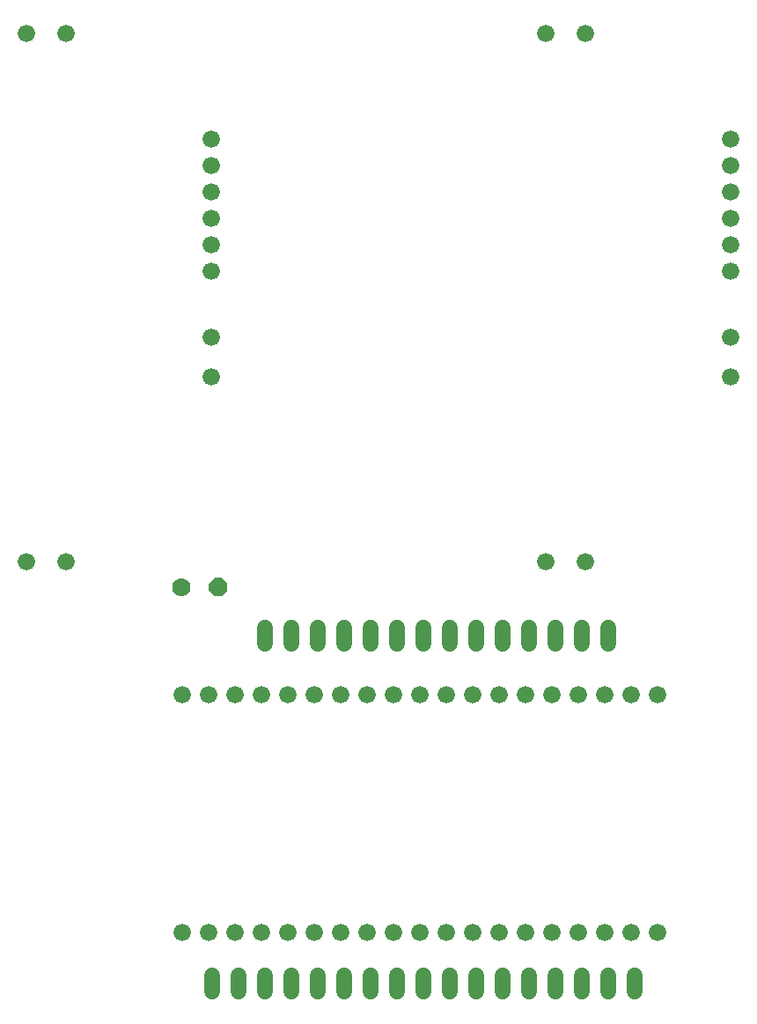
<source format=gbr>
G04 EAGLE Gerber RS-274X export*
G75*
%MOMM*%
%FSLAX34Y34*%
%LPD*%
%INTop Copper*%
%IPPOS*%
%AMOC8*
5,1,8,0,0,1.08239X$1,22.5*%
G01*
%ADD10C,1.676400*%
%ADD11P,1.924489X8X22.500000*%
%ADD12C,1.778000*%
%ADD13C,1.524000*%


D10*
X445000Y109000D03*
X470400Y109000D03*
X495800Y109000D03*
X521200Y109000D03*
X546600Y109000D03*
X572000Y109000D03*
X597400Y109000D03*
X622800Y109000D03*
X648200Y109000D03*
X673600Y109000D03*
X699000Y109000D03*
X724400Y109000D03*
X749800Y109000D03*
X775200Y109000D03*
X800600Y109000D03*
X826000Y109000D03*
X851400Y109000D03*
X876800Y109000D03*
X902200Y109000D03*
X902200Y337600D03*
X876800Y337600D03*
X851400Y337600D03*
X826000Y337600D03*
X800600Y337600D03*
X775200Y337600D03*
X749800Y337600D03*
X724400Y337600D03*
X699000Y337600D03*
X673600Y337600D03*
X648200Y337600D03*
X622800Y337600D03*
X597400Y337600D03*
X572000Y337600D03*
X546600Y337600D03*
X521200Y337600D03*
X495800Y337600D03*
X470400Y337600D03*
X445000Y337600D03*
D11*
X479780Y441000D03*
D12*
X444220Y441000D03*
D10*
X295500Y466000D03*
X333600Y466000D03*
X473300Y643800D03*
X473300Y681900D03*
X295500Y974000D03*
X333600Y974000D03*
X473300Y770800D03*
X473300Y796200D03*
X473300Y821600D03*
X473300Y847000D03*
X473300Y745400D03*
X473300Y872400D03*
X794500Y466000D03*
X832600Y466000D03*
X972300Y643800D03*
X972300Y681900D03*
X794500Y974000D03*
X832600Y974000D03*
X972300Y770800D03*
X972300Y796200D03*
X972300Y821600D03*
X972300Y847000D03*
X972300Y745400D03*
X972300Y872400D03*
D13*
X524900Y402620D02*
X524900Y387380D01*
X550300Y387380D02*
X550300Y402620D01*
X575700Y402620D02*
X575700Y387380D01*
X601100Y387380D02*
X601100Y402620D01*
X626500Y402620D02*
X626500Y387380D01*
X651900Y387380D02*
X651900Y402620D01*
X677300Y402620D02*
X677300Y387380D01*
X702700Y387380D02*
X702700Y402620D01*
X728100Y402620D02*
X728100Y387380D01*
X753500Y387380D02*
X753500Y402620D01*
X778900Y402620D02*
X778900Y387380D01*
X804300Y387380D02*
X804300Y402620D01*
X829700Y402620D02*
X829700Y387380D01*
X855100Y387380D02*
X855100Y402620D01*
X880200Y67620D02*
X880200Y52380D01*
X854800Y52380D02*
X854800Y67620D01*
X829400Y67620D02*
X829400Y52380D01*
X804000Y52380D02*
X804000Y67620D01*
X778600Y67620D02*
X778600Y52380D01*
X753200Y52380D02*
X753200Y67620D01*
X727800Y67620D02*
X727800Y52380D01*
X702400Y52380D02*
X702400Y67620D01*
X677000Y67620D02*
X677000Y52380D01*
X651600Y52380D02*
X651600Y67620D01*
X626200Y67620D02*
X626200Y52380D01*
X600800Y52380D02*
X600800Y67620D01*
X575400Y67620D02*
X575400Y52380D01*
X550000Y52380D02*
X550000Y67620D01*
X524600Y67620D02*
X524600Y52380D01*
X499200Y52380D02*
X499200Y67620D01*
X473800Y67620D02*
X473800Y52380D01*
M02*

</source>
